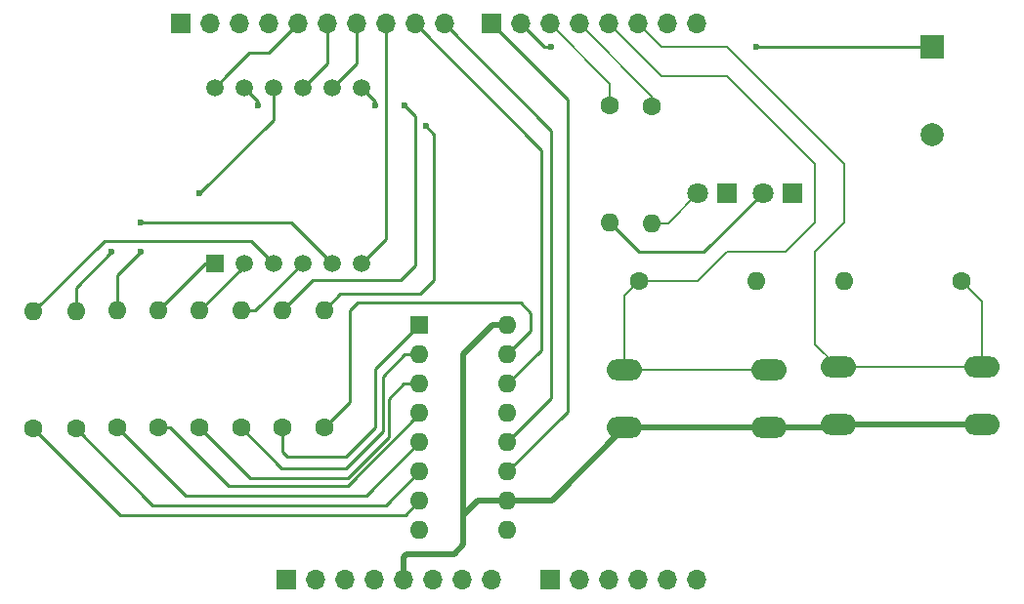
<source format=gbr>
%TF.GenerationSoftware,KiCad,Pcbnew,7.0.1-0*%
%TF.CreationDate,2023-04-12T16:12:06-06:00*%
%TF.ProjectId,Arduino_Uno_Kitchen_Timer,41726475-696e-46f5-9f55-6e6f5f4b6974,rev?*%
%TF.SameCoordinates,Original*%
%TF.FileFunction,Copper,L1,Top*%
%TF.FilePolarity,Positive*%
%FSLAX46Y46*%
G04 Gerber Fmt 4.6, Leading zero omitted, Abs format (unit mm)*
G04 Created by KiCad (PCBNEW 7.0.1-0) date 2023-04-12 16:12:06*
%MOMM*%
%LPD*%
G01*
G04 APERTURE LIST*
%TA.AperFunction,ComponentPad*%
%ADD10R,1.700000X1.700000*%
%TD*%
%TA.AperFunction,ComponentPad*%
%ADD11O,1.700000X1.700000*%
%TD*%
%TA.AperFunction,ComponentPad*%
%ADD12C,1.600000*%
%TD*%
%TA.AperFunction,ComponentPad*%
%ADD13O,1.600000X1.600000*%
%TD*%
%TA.AperFunction,ComponentPad*%
%ADD14O,3.048000X1.850000*%
%TD*%
%TA.AperFunction,ComponentPad*%
%ADD15R,1.600000X1.600000*%
%TD*%
%TA.AperFunction,ComponentPad*%
%ADD16R,1.800000X1.800000*%
%TD*%
%TA.AperFunction,ComponentPad*%
%ADD17C,1.800000*%
%TD*%
%TA.AperFunction,ComponentPad*%
%ADD18R,2.000000X2.000000*%
%TD*%
%TA.AperFunction,ComponentPad*%
%ADD19C,2.000000*%
%TD*%
%TA.AperFunction,ComponentPad*%
%ADD20R,1.500000X1.500000*%
%TD*%
%TA.AperFunction,ComponentPad*%
%ADD21C,1.500000*%
%TD*%
%TA.AperFunction,ViaPad*%
%ADD22C,0.600000*%
%TD*%
%TA.AperFunction,Conductor*%
%ADD23C,0.250000*%
%TD*%
%TA.AperFunction,Conductor*%
%ADD24C,0.200000*%
%TD*%
%TA.AperFunction,Conductor*%
%ADD25C,0.500000*%
%TD*%
G04 APERTURE END LIST*
D10*
%TO.P,J2,1,Pin_1*%
%TO.N,unconnected-(J2-Pin_1-Pad1)*%
X145669000Y-51088000D03*
D11*
%TO.P,J2,2,Pin_2*%
%TO.N,unconnected-(J2-Pin_2-Pad2)*%
X148209000Y-51088000D03*
%TO.P,J2,3,Pin_3*%
%TO.N,unconnected-(J2-Pin_3-Pad3)*%
X150749000Y-51088000D03*
%TO.P,J2,4,Pin_4*%
%TO.N,GND*%
X153289000Y-51088000D03*
%TO.P,J2,5,Pin_5*%
%TO.N,/DIG_1*%
X155829000Y-51088000D03*
%TO.P,J2,6,Pin_6*%
%TO.N,/DIG_2*%
X158369000Y-51088000D03*
%TO.P,J2,7,Pin_7*%
%TO.N,/DIG_3*%
X160909000Y-51088000D03*
%TO.P,J2,8,Pin_8*%
%TO.N,/DIG_4*%
X163449000Y-51088000D03*
%TO.P,J2,9,Pin_9*%
%TO.N,/DS*%
X165989000Y-51088000D03*
%TO.P,J2,10,Pin_10*%
%TO.N,/ST_CP*%
X168529000Y-51088000D03*
%TD*%
D12*
%TO.P,R10,1*%
%TO.N,/F*%
X140207994Y-86139996D03*
D13*
%TO.P,R10,2*%
%TO.N,Net-(U2-f)*%
X140207994Y-75979996D03*
%TD*%
D14*
%TO.P,SW1,1,1*%
%TO.N,+5V*%
X215134088Y-85896641D03*
X202634088Y-85896641D03*
%TO.P,SW1,2,2*%
%TO.N,/BUTTON_1*%
X215134088Y-80896641D03*
X202634088Y-80896641D03*
%TD*%
%TO.P,SW2,1,1*%
%TO.N,+5V*%
X196651913Y-86152023D03*
X184151913Y-86152023D03*
%TO.P,SW2,2,2*%
%TO.N,/BUTTON_2*%
X196651913Y-81152023D03*
X184151913Y-81152023D03*
%TD*%
D12*
%TO.P,R8,1*%
%TO.N,/D*%
X147320000Y-86140000D03*
D13*
%TO.P,R8,2*%
%TO.N,Net-(U2-d)*%
X147320000Y-75980000D03*
%TD*%
D12*
%TO.P,R2,1*%
%TO.N,/BUTTON_1*%
X213360000Y-73440000D03*
D13*
%TO.P,R2,2*%
%TO.N,GND*%
X203200000Y-73440000D03*
%TD*%
D15*
%TO.P,U1,1,QB*%
%TO.N,/B*%
X166380000Y-77265000D03*
D13*
%TO.P,U1,2,QC*%
%TO.N,/C*%
X166380000Y-79805000D03*
%TO.P,U1,3,QD*%
%TO.N,/D*%
X166380000Y-82345000D03*
%TO.P,U1,4,QE*%
%TO.N,/E*%
X166380000Y-84885000D03*
%TO.P,U1,5,QF*%
%TO.N,/F*%
X166380000Y-87425000D03*
%TO.P,U1,6,QG*%
%TO.N,/G*%
X166380000Y-89965000D03*
%TO.P,U1,7,QH*%
%TO.N,/DP*%
X166380000Y-92505000D03*
%TO.P,U1,8,GND*%
%TO.N,GND*%
X166380000Y-95045000D03*
%TO.P,U1,9,QH'*%
%TO.N,unconnected-(U1-QH'-Pad9)*%
X174000000Y-95045000D03*
%TO.P,U1,10,~{SRCLR}*%
%TO.N,+5V*%
X174000000Y-92505000D03*
%TO.P,U1,11,SRCLK*%
%TO.N,/SH_CP*%
X174000000Y-89965000D03*
%TO.P,U1,12,RCLK*%
%TO.N,/ST_CP*%
X174000000Y-87425000D03*
%TO.P,U1,13,~{OE}*%
%TO.N,GND*%
X174000000Y-84885000D03*
%TO.P,U1,14,SER*%
%TO.N,/DS*%
X174000000Y-82345000D03*
%TO.P,U1,15,QA*%
%TO.N,/A*%
X174000000Y-79805000D03*
%TO.P,U1,16,VCC*%
%TO.N,+5V*%
X174000000Y-77265000D03*
%TD*%
D12*
%TO.P,R11,1*%
%TO.N,/G*%
X136612913Y-86218150D03*
D13*
%TO.P,R11,2*%
%TO.N,Net-(U2-g)*%
X136612913Y-76058150D03*
%TD*%
D12*
%TO.P,R4,1*%
%TO.N,/GREEN_LED*%
X186538923Y-58262499D03*
D13*
%TO.P,R4,2*%
%TO.N,Net-(D2-A)*%
X186538923Y-68422499D03*
%TD*%
D16*
%TO.P,D1,1,K*%
%TO.N,GND*%
X198685096Y-65770438D03*
D17*
%TO.P,D1,2,A*%
%TO.N,Net-(D1-A)*%
X196145096Y-65770438D03*
%TD*%
D10*
%TO.P,J4,1,Pin_1*%
%TO.N,/SH_CP*%
X172593000Y-51088000D03*
D11*
%TO.P,J4,2,Pin_2*%
%TO.N,/BUZZER*%
X175133000Y-51088000D03*
%TO.P,J4,3,Pin_3*%
%TO.N,/RED_LED*%
X177673000Y-51088000D03*
%TO.P,J4,4,Pin_4*%
%TO.N,/GREEN_LED*%
X180213000Y-51088000D03*
%TO.P,J4,5,Pin_5*%
%TO.N,/BUTTON_2*%
X182753000Y-51088000D03*
%TO.P,J4,6,Pin_6*%
%TO.N,/BUTTON_1*%
X185293000Y-51088000D03*
%TO.P,J4,7,Pin_7*%
%TO.N,/TX{slash}1*%
X187833000Y-51088000D03*
%TO.P,J4,8,Pin_8*%
%TO.N,/RX{slash}0*%
X190373000Y-51088000D03*
%TD*%
D12*
%TO.P,R6,1*%
%TO.N,/B*%
X154510160Y-86140000D03*
D13*
%TO.P,R6,2*%
%TO.N,Net-(U2-b)*%
X154510160Y-75980000D03*
%TD*%
D12*
%TO.P,R5,1*%
%TO.N,/A*%
X158107517Y-86088651D03*
D13*
%TO.P,R5,2*%
%TO.N,Net-(U2-a)*%
X158107517Y-75928651D03*
%TD*%
D12*
%TO.P,R7,1*%
%TO.N,/C*%
X150915080Y-86139996D03*
D13*
%TO.P,R7,2*%
%TO.N,Net-(U2-c)*%
X150915080Y-75979996D03*
%TD*%
D18*
%TO.P,LS1,1,1*%
%TO.N,/BUZZER*%
X210820000Y-53120000D03*
D19*
%TO.P,LS1,2,2*%
%TO.N,GND*%
X210820000Y-60720000D03*
%TD*%
D20*
%TO.P,U2,1,e*%
%TO.N,Net-(U2-e)*%
X148622168Y-71885789D03*
D21*
%TO.P,U2,2,d*%
%TO.N,Net-(U2-d)*%
X151162168Y-71885789D03*
%TO.P,U2,3,DPX*%
%TO.N,Net-(U2-DPX)*%
X153702168Y-71885789D03*
%TO.P,U2,4,c*%
%TO.N,Net-(U2-c)*%
X156242168Y-71885789D03*
%TO.P,U2,5,g*%
%TO.N,Net-(U2-g)*%
X158782168Y-71885789D03*
%TO.P,U2,6,CA4*%
%TO.N,/DIG_4*%
X161322168Y-71885789D03*
%TO.P,U2,7,b*%
%TO.N,Net-(U2-b)*%
X161322168Y-56645789D03*
%TO.P,U2,8,CA3*%
%TO.N,/DIG_3*%
X158782168Y-56645789D03*
%TO.P,U2,9,CA2*%
%TO.N,/DIG_2*%
X156242168Y-56645789D03*
%TO.P,U2,10,f*%
%TO.N,Net-(U2-f)*%
X153702168Y-56645789D03*
%TO.P,U2,11,a*%
%TO.N,Net-(U2-a)*%
X151162168Y-56645789D03*
%TO.P,U2,12,CA1*%
%TO.N,/DIG_1*%
X148622168Y-56645789D03*
%TD*%
D12*
%TO.P,R1,1*%
%TO.N,/BUTTON_2*%
X185420000Y-73440000D03*
D13*
%TO.P,R1,2*%
%TO.N,GND*%
X195580000Y-73440000D03*
%TD*%
D12*
%TO.P,R9,1*%
%TO.N,/E*%
X143724920Y-86140000D03*
D13*
%TO.P,R9,2*%
%TO.N,Net-(U2-e)*%
X143724920Y-75980000D03*
%TD*%
D12*
%TO.P,R12,1*%
%TO.N,/DP*%
X132939679Y-86218154D03*
D13*
%TO.P,R12,2*%
%TO.N,Net-(U2-DPX)*%
X132939679Y-76058154D03*
%TD*%
D16*
%TO.P,D2,1,K*%
%TO.N,GND*%
X193040000Y-65820000D03*
D17*
%TO.P,D2,2,A*%
%TO.N,Net-(D2-A)*%
X190500000Y-65820000D03*
%TD*%
D12*
%TO.P,R3,1*%
%TO.N,/RED_LED*%
X182880000Y-58197666D03*
D13*
%TO.P,R3,2*%
%TO.N,Net-(D1-A)*%
X182880000Y-68357666D03*
%TD*%
D10*
%TO.P,J1,1,Pin_1*%
%TO.N,unconnected-(J1-Pin_1-Pad1)*%
X154813000Y-99348000D03*
D11*
%TO.P,J1,2,Pin_2*%
%TO.N,/IOREF*%
X157353000Y-99348000D03*
%TO.P,J1,3,Pin_3*%
%TO.N,/~{RESET}*%
X159893000Y-99348000D03*
%TO.P,J1,4,Pin_4*%
%TO.N,+3V3*%
X162433000Y-99348000D03*
%TO.P,J1,5,Pin_5*%
%TO.N,+5V*%
X164973000Y-99348000D03*
%TO.P,J1,6,Pin_6*%
%TO.N,GND*%
X167513000Y-99348000D03*
%TO.P,J1,7,Pin_7*%
X170053000Y-99348000D03*
%TO.P,J1,8,Pin_8*%
%TO.N,VCC*%
X172593000Y-99348000D03*
%TD*%
D10*
%TO.P,J3,1,Pin_1*%
%TO.N,/A0*%
X177673000Y-99348000D03*
D11*
%TO.P,J3,2,Pin_2*%
%TO.N,/A1*%
X180213000Y-99348000D03*
%TO.P,J3,3,Pin_3*%
%TO.N,/A2*%
X182753000Y-99348000D03*
%TO.P,J3,4,Pin_4*%
%TO.N,/A3*%
X185293000Y-99348000D03*
%TO.P,J3,5,Pin_5*%
%TO.N,/SDA{slash}A4*%
X187833000Y-99348000D03*
%TO.P,J3,6,Pin_6*%
%TO.N,/SCL{slash}A5*%
X190373000Y-99348000D03*
%TD*%
D22*
%TO.N,/BUZZER*%
X195580000Y-53120000D03*
X177800000Y-53120000D03*
%TO.N,Net-(U2-a)*%
X166902763Y-59962701D03*
X152400000Y-58200000D03*
%TO.N,Net-(U2-b)*%
X162560000Y-58200000D03*
X165100000Y-58200000D03*
%TO.N,Net-(U2-f)*%
X142240000Y-70900000D03*
X147320000Y-65820000D03*
%TO.N,Net-(U2-g)*%
X139700000Y-70900000D03*
X142240000Y-68360000D03*
%TD*%
D23*
%TO.N,Net-(D1-A)*%
X191015534Y-70900000D02*
X196145096Y-65770438D01*
X190500000Y-70900000D02*
X191015534Y-70900000D01*
X190497666Y-70897666D02*
X190500000Y-70900000D01*
X185420000Y-70897666D02*
X190497666Y-70897666D01*
X182880000Y-68357666D02*
X185420000Y-70897666D01*
D24*
%TO.N,Net-(D2-A)*%
X187897501Y-68422499D02*
X190500000Y-65820000D01*
X186538923Y-68422499D02*
X187897501Y-68422499D01*
D25*
%TO.N,+5V*%
X202634088Y-85896641D02*
X215134088Y-85896641D01*
X164973000Y-97369461D02*
X165229607Y-97112854D01*
X164973000Y-99348000D02*
X164973000Y-97369461D01*
X171435000Y-92505000D02*
X170180000Y-93760000D01*
X177835000Y-92468936D02*
X184151913Y-86152023D01*
X165229607Y-97112854D02*
X169367146Y-97112854D01*
X202378706Y-86152023D02*
X202634088Y-85896641D01*
X170180000Y-79801374D02*
X172716374Y-77265000D01*
X174000000Y-92505000D02*
X177835000Y-92505000D01*
X170180000Y-96300000D02*
X170180000Y-79801374D01*
X177835000Y-92505000D02*
X177835000Y-92468936D01*
X172716374Y-77265000D02*
X174000000Y-77265000D01*
X196651913Y-86152023D02*
X202378706Y-86152023D01*
X169367146Y-97112854D02*
X170180000Y-96300000D01*
X184151913Y-86152023D02*
X196651913Y-86152023D01*
X174000000Y-92505000D02*
X171435000Y-92505000D01*
D23*
%TO.N,/DIG_1*%
X153305179Y-53611821D02*
X155829000Y-51088000D01*
X148622168Y-56645789D02*
X149697168Y-55570789D01*
X149697168Y-55570789D02*
X149697168Y-55553334D01*
X149697168Y-55553334D02*
X151638681Y-53611821D01*
X151638681Y-53611821D02*
X153305179Y-53611821D01*
%TO.N,/DIG_2*%
X158369000Y-54518957D02*
X158369000Y-51088000D01*
X156242168Y-56645789D02*
X158369000Y-54518957D01*
%TO.N,/DIG_3*%
X160909000Y-54518957D02*
X160909000Y-51088000D01*
X158782168Y-56645789D02*
X160909000Y-54518957D01*
%TO.N,/DIG_4*%
X163449000Y-69758957D02*
X163449000Y-51088000D01*
X161322168Y-71885789D02*
X163449000Y-69758957D01*
%TO.N,/DS*%
X176941300Y-62421300D02*
X176941300Y-62040300D01*
X176941300Y-62040300D02*
X165989000Y-51088000D01*
X174000000Y-82345000D02*
X176941300Y-79403700D01*
X176941300Y-79403700D02*
X176941300Y-62421300D01*
%TO.N,/ST_CP*%
X177800000Y-60359000D02*
X168529000Y-51088000D01*
X174000000Y-87425000D02*
X177800000Y-83625000D01*
X177800000Y-83625000D02*
X177800000Y-60359000D01*
%TO.N,/SH_CP*%
X179184434Y-84780566D02*
X179184434Y-57679434D01*
X179184434Y-57679434D02*
X172593000Y-51088000D01*
X174000000Y-89965000D02*
X179184434Y-84780566D01*
%TO.N,/BUZZER*%
X210820000Y-53120000D02*
X195580000Y-53120000D01*
X177800000Y-53120000D02*
X177165000Y-53120000D01*
X177165000Y-53120000D02*
X175133000Y-51088000D01*
D24*
%TO.N,/RED_LED*%
X182880000Y-58197666D02*
X182880000Y-56295000D01*
X182880000Y-56295000D02*
X177673000Y-51088000D01*
%TO.N,/GREEN_LED*%
X186538923Y-57413923D02*
X186538923Y-58262499D01*
X180213000Y-51088000D02*
X186538923Y-57413923D01*
%TO.N,/BUTTON_2*%
X184151913Y-74708087D02*
X185420000Y-73440000D01*
X184151913Y-81152023D02*
X184151913Y-74708087D01*
X193040000Y-70900000D02*
X198120000Y-70900000D01*
X200660000Y-63280000D02*
X193040000Y-55660000D01*
X198120000Y-70900000D02*
X200660000Y-68360000D01*
X190500000Y-73440000D02*
X193040000Y-70900000D01*
X187325000Y-55660000D02*
X182753000Y-51088000D01*
X193040000Y-55660000D02*
X187325000Y-55660000D01*
X185420000Y-73440000D02*
X190500000Y-73440000D01*
X196651913Y-81152023D02*
X184151913Y-81152023D01*
X200660000Y-68360000D02*
X200660000Y-63280000D01*
%TO.N,/BUTTON_1*%
X193040000Y-53120000D02*
X187325000Y-53120000D01*
X200660000Y-70900000D02*
X203200000Y-68360000D01*
X202634088Y-80896641D02*
X200660000Y-78922553D01*
X200660000Y-78922553D02*
X200660000Y-70900000D01*
X203200000Y-68360000D02*
X203200000Y-63280000D01*
X215134088Y-75214088D02*
X213360000Y-73440000D01*
X187325000Y-53120000D02*
X185293000Y-51088000D01*
X203200000Y-63280000D02*
X193040000Y-53120000D01*
X215134088Y-80896641D02*
X215134088Y-75214088D01*
X215134088Y-80896641D02*
X202634088Y-80896641D01*
D23*
%TO.N,/A*%
X175165614Y-75322535D02*
X160976137Y-75322535D01*
X160308084Y-83888084D02*
X158107517Y-86088651D01*
X176030336Y-77774664D02*
X176030336Y-76187257D01*
X174000000Y-79805000D02*
X176030336Y-77774664D01*
X160976137Y-75322535D02*
X160308084Y-75990588D01*
X176030336Y-76187257D02*
X175165614Y-75322535D01*
X160308084Y-75990588D02*
X160308084Y-83888084D01*
%TO.N,Net-(U2-a)*%
X158107517Y-75928651D02*
X159515174Y-74520994D01*
X159515174Y-74520994D02*
X166452926Y-74520994D01*
X167640000Y-73333920D02*
X167640000Y-60740000D01*
X166452926Y-74520994D02*
X167640000Y-73333920D01*
X166862701Y-59962701D02*
X166942824Y-60042824D01*
X152400000Y-57883621D02*
X151162168Y-56645789D01*
X166902763Y-59962701D02*
X166862701Y-59962701D01*
X167640000Y-60740000D02*
X166902763Y-60002763D01*
X166902763Y-60002763D02*
X166902763Y-59962701D01*
X152400000Y-58200000D02*
X152400000Y-57883621D01*
%TO.N,/B*%
X162560000Y-86140000D02*
X162560000Y-81060000D01*
X154940000Y-88680000D02*
X160020000Y-88680000D01*
X154510160Y-88250160D02*
X154940000Y-88680000D01*
X162560000Y-81060000D02*
X166355000Y-77265000D01*
X160020000Y-88680000D02*
X162560000Y-86140000D01*
X154510160Y-86140000D02*
X154510160Y-88250160D01*
X166355000Y-77265000D02*
X166380000Y-77265000D01*
%TO.N,Net-(U2-b)*%
X166046001Y-59146001D02*
X165100000Y-58200000D01*
X166046001Y-72063284D02*
X166046001Y-59186873D01*
X162560000Y-57883621D02*
X161322168Y-56645789D01*
X164777385Y-73331900D02*
X166046001Y-72063284D01*
X166046001Y-59186873D02*
X166046001Y-59146001D01*
X162560000Y-58200000D02*
X162560000Y-57883621D01*
X154510160Y-75980000D02*
X157158260Y-73331900D01*
X157158260Y-73331900D02*
X164777385Y-73331900D01*
%TO.N,/C*%
X150915080Y-86139996D02*
X154443100Y-89668016D01*
X163213787Y-81698757D02*
X165107544Y-79805000D01*
X165107544Y-79805000D02*
X166380000Y-79805000D01*
X160020000Y-89668016D02*
X163213787Y-86474229D01*
X163213787Y-86474229D02*
X163213787Y-81698757D01*
X154443100Y-89668016D02*
X160020000Y-89668016D01*
%TO.N,Net-(U2-c)*%
X152147961Y-75979996D02*
X156242168Y-71885789D01*
X150915080Y-75979996D02*
X152147961Y-75979996D01*
%TO.N,/D*%
X163761293Y-83643678D02*
X163744706Y-83627091D01*
X147320000Y-86140000D02*
X151730110Y-90550110D01*
X160172085Y-90550110D02*
X163761293Y-86960902D01*
X151730110Y-90550110D02*
X160172085Y-90550110D01*
X163744706Y-83627091D02*
X165026797Y-82345000D01*
X165026797Y-82345000D02*
X166380000Y-82345000D01*
X163761293Y-86960902D02*
X163761293Y-83643678D01*
%TO.N,Net-(U2-d)*%
X151162168Y-72137832D02*
X151162168Y-71885789D01*
X147320000Y-75980000D02*
X151162168Y-72137832D01*
%TO.N,/E*%
X160138591Y-91220000D02*
X166380000Y-84978591D01*
X166380000Y-84978591D02*
X166380000Y-84885000D01*
X143724920Y-86140000D02*
X144780000Y-86140000D01*
X149860000Y-91220000D02*
X160138591Y-91220000D01*
X144780000Y-86140000D02*
X149860000Y-91220000D01*
%TO.N,Net-(U2-e)*%
X143724920Y-75980000D02*
X147819131Y-71885789D01*
X147819131Y-71885789D02*
X148622168Y-71885789D01*
%TO.N,/F*%
X161762448Y-92042552D02*
X166380000Y-87425000D01*
X146110550Y-92042552D02*
X161762448Y-92042552D01*
X145946039Y-91878041D02*
X146110550Y-92042552D01*
X145946039Y-91878041D02*
X145957727Y-91878041D01*
X140207994Y-86139996D02*
X145946039Y-91878041D01*
%TO.N,Net-(U2-f)*%
X153702168Y-59437832D02*
X153702168Y-56645789D01*
X147320000Y-65820000D02*
X153702168Y-59437832D01*
X140207994Y-72932006D02*
X142240000Y-70900000D01*
X140207994Y-75979996D02*
X140207994Y-72932006D01*
%TO.N,/G*%
X143309914Y-92915151D02*
X163429849Y-92915151D01*
X163429849Y-92915151D02*
X166380000Y-89965000D01*
X143263340Y-92868577D02*
X143272173Y-92868577D01*
X136612913Y-86218150D02*
X143263340Y-92868577D01*
X143263340Y-92868577D02*
X143309914Y-92915151D01*
%TO.N,Net-(U2-g)*%
X136612913Y-76058150D02*
X136612913Y-73987087D01*
X142240000Y-68360000D02*
X155256379Y-68360000D01*
X136612913Y-73987087D02*
X139700000Y-70900000D01*
X155256379Y-68360000D02*
X158782168Y-71885789D01*
%TO.N,/DP*%
X165125000Y-93760000D02*
X166380000Y-92505000D01*
X140481525Y-93760000D02*
X165125000Y-93760000D01*
X132939679Y-86218154D02*
X140481525Y-93760000D01*
%TO.N,Net-(U2-DPX)*%
X132939679Y-76058154D02*
X139071065Y-69926768D01*
X139071065Y-69926768D02*
X151751403Y-69926768D01*
X151751403Y-69935024D02*
X153702168Y-71885789D01*
X151751403Y-69926768D02*
X151751403Y-69935024D01*
%TD*%
M02*

</source>
